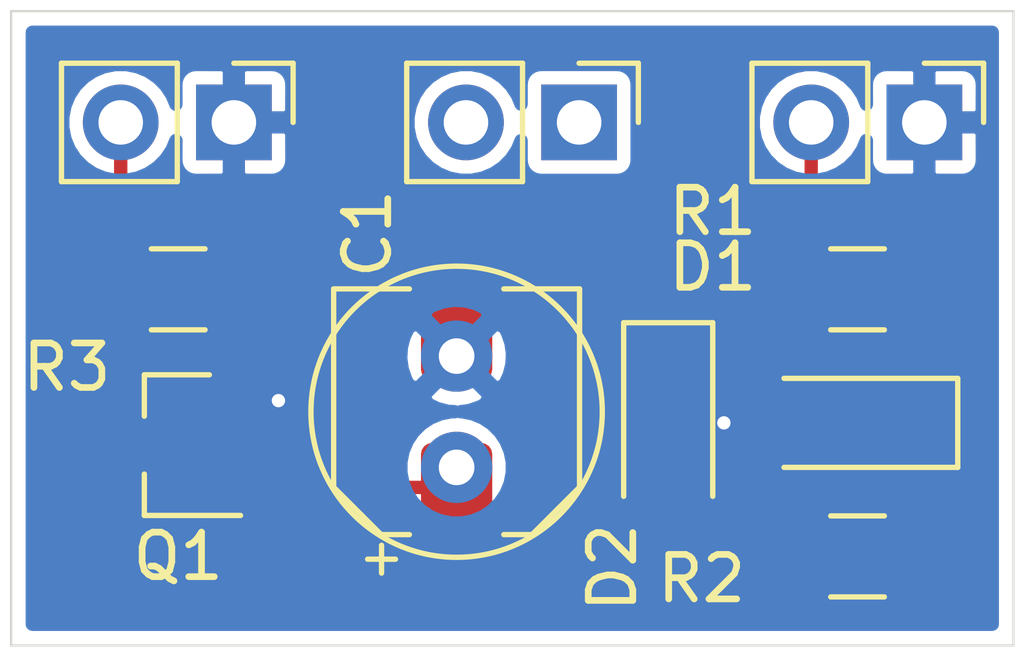
<source format=kicad_pcb>
(kicad_pcb (version 20171130) (host pcbnew "(5.1.6-0)")

  (general
    (thickness 1.6)
    (drawings 4)
    (tracks 30)
    (zones 0)
    (modules 11)
    (nets 6)
  )

  (page A4)
  (layers
    (0 F.Cu signal)
    (31 B.Cu signal)
    (32 B.Adhes user)
    (33 F.Adhes user)
    (34 B.Paste user)
    (35 F.Paste user)
    (36 B.SilkS user)
    (37 F.SilkS user)
    (38 B.Mask user)
    (39 F.Mask user)
    (40 Dwgs.User user)
    (41 Cmts.User user)
    (42 Eco1.User user)
    (43 Eco2.User user)
    (44 Edge.Cuts user)
    (45 Margin user)
    (46 B.CrtYd user)
    (47 F.CrtYd user hide)
    (48 B.Fab user)
    (49 F.Fab user hide)
  )

  (setup
    (last_trace_width 0.3)
    (user_trace_width 1)
    (trace_clearance 0.3)
    (zone_clearance 0.508)
    (zone_45_only no)
    (trace_min 0.2)
    (via_size 0.7)
    (via_drill 0.3)
    (via_min_size 0.4)
    (via_min_drill 0.3)
    (uvia_size 0.3)
    (uvia_drill 0.1)
    (uvias_allowed no)
    (uvia_min_size 0.2)
    (uvia_min_drill 0.1)
    (edge_width 0.05)
    (segment_width 0.2)
    (pcb_text_width 0.3)
    (pcb_text_size 1.5 1.5)
    (mod_edge_width 0.12)
    (mod_text_size 1 1)
    (mod_text_width 0.15)
    (pad_size 1.524 1.524)
    (pad_drill 0.762)
    (pad_to_mask_clearance 0.05)
    (aux_axis_origin 0 0)
    (visible_elements FFFFFF7F)
    (pcbplotparams
      (layerselection 0x010fc_ffffffff)
      (usegerberextensions false)
      (usegerberattributes true)
      (usegerberadvancedattributes true)
      (creategerberjobfile true)
      (excludeedgelayer true)
      (linewidth 0.100000)
      (plotframeref false)
      (viasonmask false)
      (mode 1)
      (useauxorigin false)
      (hpglpennumber 1)
      (hpglpenspeed 20)
      (hpglpendiameter 15.000000)
      (psnegative false)
      (psa4output false)
      (plotreference true)
      (plotvalue true)
      (plotinvisibletext false)
      (padsonsilk false)
      (subtractmaskfromsilk false)
      (outputformat 1)
      (mirror false)
      (drillshape 0)
      (scaleselection 1)
      (outputdirectory "gerbers/"))
  )

  (net 0 "")
  (net 1 GND)
  (net 2 /GATE)
  (net 3 /5V_ZENER)
  (net 4 V+)
  (net 5 MUTE)

  (net_class Default "This is the default net class."
    (clearance 0.3)
    (trace_width 0.3)
    (via_dia 0.7)
    (via_drill 0.3)
    (uvia_dia 0.3)
    (uvia_drill 0.1)
    (add_net /5V_ZENER)
    (add_net /GATE)
    (add_net GND)
    (add_net MUTE)
    (add_net V+)
  )

  (module Capacitor_THT:C_Radial_D6.3mm_H5.0mm_P2.50mm (layer F.Cu) (tedit 5BC5C9B9) (tstamp 64598F52)
    (at 157.5 112.75 90)
    (descr "C, Radial series, Radial, pin pitch=2.50mm, diameter=6.3mm, height=5mm, Non-Polar Electrolytic Capacitor")
    (tags "C Radial series Radial pin pitch 2.50mm diameter 6.3mm height 5mm Non-Polar Electrolytic Capacitor")
    (path /645AC58B)
    (fp_text reference C2 (at 1.25 -4.4 90) (layer F.Fab)
      (effects (font (size 1 1) (thickness 0.15)))
    )
    (fp_text value 22u (at 1.25 4.4 90) (layer F.Fab)
      (effects (font (size 1 1) (thickness 0.15)))
    )
    (fp_circle (center 1.25 0) (end 4.65 0) (layer F.CrtYd) (width 0.05))
    (fp_circle (center 1.25 0) (end 4.52 0) (layer F.SilkS) (width 0.12))
    (fp_circle (center 1.25 0) (end 4.4 0) (layer F.Fab) (width 0.1))
    (fp_text user %R (at 1.25 0 90) (layer F.Fab)
      (effects (font (size 1 1) (thickness 0.15)))
    )
    (pad 2 thru_hole circle (at 2.5 0 90) (size 1.6 1.6) (drill 0.8) (layers *.Cu *.Mask)
      (net 1 GND))
    (pad 1 thru_hole circle (at 0 0 90) (size 1.6 1.6) (drill 0.8) (layers *.Cu *.Mask)
      (net 2 /GATE))
    (model ${KISYS3DMOD}/Capacitor_THT.3dshapes/C_Radial_D6.3mm_H5.0mm_P2.50mm.wrl
      (at (xyz 0 0 0))
      (scale (xyz 1 1 1))
      (rotate (xyz 0 0 0))
    )
  )

  (module Capacitor_SMD:CP_Elec_5x5.4 (layer F.Cu) (tedit 5BCA39CF) (tstamp 6459C678)
    (at 157.5 111.5 90)
    (descr "SMD capacitor, aluminum electrolytic, Nichicon, 5.0x5.4mm")
    (tags "capacitor electrolytic")
    (path /645F739E)
    (attr smd)
    (fp_text reference C1 (at 4 -2 90) (layer F.SilkS)
      (effects (font (size 1 1) (thickness 0.15)))
    )
    (fp_text value 22u (at 0 3.7 90) (layer F.Fab)
      (effects (font (size 1 1) (thickness 0.15)))
    )
    (fp_circle (center 0 0) (end 2.5 0) (layer F.Fab) (width 0.1))
    (fp_line (start 2.65 -2.65) (end 2.65 2.65) (layer F.Fab) (width 0.1))
    (fp_line (start -1.65 -2.65) (end 2.65 -2.65) (layer F.Fab) (width 0.1))
    (fp_line (start -1.65 2.65) (end 2.65 2.65) (layer F.Fab) (width 0.1))
    (fp_line (start -2.65 -1.65) (end -2.65 1.65) (layer F.Fab) (width 0.1))
    (fp_line (start -2.65 -1.65) (end -1.65 -2.65) (layer F.Fab) (width 0.1))
    (fp_line (start -2.65 1.65) (end -1.65 2.65) (layer F.Fab) (width 0.1))
    (fp_line (start -2.033956 -1.2) (end -1.533956 -1.2) (layer F.Fab) (width 0.1))
    (fp_line (start -1.783956 -1.45) (end -1.783956 -0.95) (layer F.Fab) (width 0.1))
    (fp_line (start 2.76 2.76) (end 2.76 1.06) (layer F.SilkS) (width 0.12))
    (fp_line (start 2.76 -2.76) (end 2.76 -1.06) (layer F.SilkS) (width 0.12))
    (fp_line (start -1.695563 -2.76) (end 2.76 -2.76) (layer F.SilkS) (width 0.12))
    (fp_line (start -1.695563 2.76) (end 2.76 2.76) (layer F.SilkS) (width 0.12))
    (fp_line (start -2.76 1.695563) (end -2.76 1.06) (layer F.SilkS) (width 0.12))
    (fp_line (start -2.76 -1.695563) (end -2.76 -1.06) (layer F.SilkS) (width 0.12))
    (fp_line (start -2.76 -1.695563) (end -1.695563 -2.76) (layer F.SilkS) (width 0.12))
    (fp_line (start -2.76 1.695563) (end -1.695563 2.76) (layer F.SilkS) (width 0.12))
    (fp_line (start -3.625 -1.685) (end -3 -1.685) (layer F.SilkS) (width 0.12))
    (fp_line (start -3.3125 -1.9975) (end -3.3125 -1.3725) (layer F.SilkS) (width 0.12))
    (fp_line (start 2.9 -2.9) (end 2.9 -1.05) (layer F.CrtYd) (width 0.05))
    (fp_line (start 2.9 -1.05) (end 3.95 -1.05) (layer F.CrtYd) (width 0.05))
    (fp_line (start 3.95 -1.05) (end 3.95 1.05) (layer F.CrtYd) (width 0.05))
    (fp_line (start 3.95 1.05) (end 2.9 1.05) (layer F.CrtYd) (width 0.05))
    (fp_line (start 2.9 1.05) (end 2.9 2.9) (layer F.CrtYd) (width 0.05))
    (fp_line (start -1.75 2.9) (end 2.9 2.9) (layer F.CrtYd) (width 0.05))
    (fp_line (start -1.75 -2.9) (end 2.9 -2.9) (layer F.CrtYd) (width 0.05))
    (fp_line (start -2.9 1.75) (end -1.75 2.9) (layer F.CrtYd) (width 0.05))
    (fp_line (start -2.9 -1.75) (end -1.75 -2.9) (layer F.CrtYd) (width 0.05))
    (fp_line (start -2.9 -1.75) (end -2.9 -1.05) (layer F.CrtYd) (width 0.05))
    (fp_line (start -2.9 1.05) (end -2.9 1.75) (layer F.CrtYd) (width 0.05))
    (fp_line (start -2.9 -1.05) (end -3.95 -1.05) (layer F.CrtYd) (width 0.05))
    (fp_line (start -3.95 -1.05) (end -3.95 1.05) (layer F.CrtYd) (width 0.05))
    (fp_line (start -3.95 1.05) (end -2.9 1.05) (layer F.CrtYd) (width 0.05))
    (fp_text user %R (at 0 0 90) (layer F.Fab)
      (effects (font (size 1 1) (thickness 0.15)))
    )
    (pad 2 smd roundrect (at 2.2 0 90) (size 3 1.6) (layers F.Cu F.Paste F.Mask) (roundrect_rratio 0.15625)
      (net 1 GND))
    (pad 1 smd roundrect (at -2.2 0 90) (size 3 1.6) (layers F.Cu F.Paste F.Mask) (roundrect_rratio 0.15625)
      (net 2 /GATE))
    (model ${KISYS3DMOD}/Capacitor_SMD.3dshapes/CP_Elec_5x5.4.wrl
      (at (xyz 0 0 0))
      (scale (xyz 1 1 1))
      (rotate (xyz 0 0 0))
    )
  )

  (module Connector_PinHeader_2.54mm:PinHeader_1x02_P2.54mm_Vertical (layer F.Cu) (tedit 59FED5CC) (tstamp 64597714)
    (at 160.25 105 270)
    (descr "Through hole straight pin header, 1x02, 2.54mm pitch, single row")
    (tags "Through hole pin header THT 1x02 2.54mm single row")
    (path /64597796)
    (fp_text reference J5 (at 0 -2.33 90) (layer F.Fab)
      (effects (font (size 1 1) (thickness 0.15)))
    )
    (fp_text value STBY (at 0 4.87 90) (layer F.Fab)
      (effects (font (size 1 1) (thickness 0.15)))
    )
    (fp_line (start -0.635 -1.27) (end 1.27 -1.27) (layer F.Fab) (width 0.1))
    (fp_line (start 1.27 -1.27) (end 1.27 3.81) (layer F.Fab) (width 0.1))
    (fp_line (start 1.27 3.81) (end -1.27 3.81) (layer F.Fab) (width 0.1))
    (fp_line (start -1.27 3.81) (end -1.27 -0.635) (layer F.Fab) (width 0.1))
    (fp_line (start -1.27 -0.635) (end -0.635 -1.27) (layer F.Fab) (width 0.1))
    (fp_line (start -1.33 3.87) (end 1.33 3.87) (layer F.SilkS) (width 0.12))
    (fp_line (start -1.33 1.27) (end -1.33 3.87) (layer F.SilkS) (width 0.12))
    (fp_line (start 1.33 1.27) (end 1.33 3.87) (layer F.SilkS) (width 0.12))
    (fp_line (start -1.33 1.27) (end 1.33 1.27) (layer F.SilkS) (width 0.12))
    (fp_line (start -1.33 0) (end -1.33 -1.33) (layer F.SilkS) (width 0.12))
    (fp_line (start -1.33 -1.33) (end 0 -1.33) (layer F.SilkS) (width 0.12))
    (fp_line (start -1.8 -1.8) (end -1.8 4.35) (layer F.CrtYd) (width 0.05))
    (fp_line (start -1.8 4.35) (end 1.8 4.35) (layer F.CrtYd) (width 0.05))
    (fp_line (start 1.8 4.35) (end 1.8 -1.8) (layer F.CrtYd) (width 0.05))
    (fp_line (start 1.8 -1.8) (end -1.8 -1.8) (layer F.CrtYd) (width 0.05))
    (fp_text user %R (at 0 1.27) (layer F.Fab)
      (effects (font (size 1 1) (thickness 0.15)))
    )
    (pad 2 thru_hole oval (at 0 2.54 270) (size 1.7 1.7) (drill 1) (layers *.Cu *.Mask))
    (pad 1 thru_hole rect (at 0 0 270) (size 1.7 1.7) (drill 1) (layers *.Cu *.Mask))
    (model ${KISYS3DMOD}/Connector_PinHeader_2.54mm.3dshapes/PinHeader_1x02_P2.54mm_Vertical.wrl
      (at (xyz 0 0 0))
      (scale (xyz 1 1 1))
      (rotate (xyz 0 0 0))
    )
  )

  (module Resistor_SMD:R_1206_3216Metric_Pad1.42x1.75mm_HandSolder (layer F.Cu) (tedit 5B301BBD) (tstamp 6459C746)
    (at 151.25 108.75)
    (descr "Resistor SMD 1206 (3216 Metric), square (rectangular) end terminal, IPC_7351 nominal with elongated pad for handsoldering. (Body size source: http://www.tortai-tech.com/upload/download/2011102023233369053.pdf), generated with kicad-footprint-generator")
    (tags "resistor handsolder")
    (path /645F6658)
    (attr smd)
    (fp_text reference R3 (at -2.5 1.75) (layer F.SilkS)
      (effects (font (size 1 1) (thickness 0.15)))
    )
    (fp_text value 10K (at 0 1.82) (layer F.Fab)
      (effects (font (size 1 1) (thickness 0.15)))
    )
    (fp_line (start -1.6 0.8) (end -1.6 -0.8) (layer F.Fab) (width 0.1))
    (fp_line (start -1.6 -0.8) (end 1.6 -0.8) (layer F.Fab) (width 0.1))
    (fp_line (start 1.6 -0.8) (end 1.6 0.8) (layer F.Fab) (width 0.1))
    (fp_line (start 1.6 0.8) (end -1.6 0.8) (layer F.Fab) (width 0.1))
    (fp_line (start -0.602064 -0.91) (end 0.602064 -0.91) (layer F.SilkS) (width 0.12))
    (fp_line (start -0.602064 0.91) (end 0.602064 0.91) (layer F.SilkS) (width 0.12))
    (fp_line (start -2.45 1.12) (end -2.45 -1.12) (layer F.CrtYd) (width 0.05))
    (fp_line (start -2.45 -1.12) (end 2.45 -1.12) (layer F.CrtYd) (width 0.05))
    (fp_line (start 2.45 -1.12) (end 2.45 1.12) (layer F.CrtYd) (width 0.05))
    (fp_line (start 2.45 1.12) (end -2.45 1.12) (layer F.CrtYd) (width 0.05))
    (fp_text user %R (at 0 0) (layer F.Fab)
      (effects (font (size 0.8 0.8) (thickness 0.12)))
    )
    (pad 2 smd roundrect (at 1.4875 0) (size 1.425 1.75) (layers F.Cu F.Paste F.Mask) (roundrect_rratio 0.175439)
      (net 4 V+))
    (pad 1 smd roundrect (at -1.4875 0) (size 1.425 1.75) (layers F.Cu F.Paste F.Mask) (roundrect_rratio 0.175439)
      (net 5 MUTE))
    (model ${KISYS3DMOD}/Resistor_SMD.3dshapes/R_1206_3216Metric.wrl
      (at (xyz 0 0 0))
      (scale (xyz 1 1 1))
      (rotate (xyz 0 0 0))
    )
  )

  (module Resistor_SMD:R_1206_3216Metric_Pad1.42x1.75mm_HandSolder (layer F.Cu) (tedit 5B301BBD) (tstamp 6459C735)
    (at 166.5 114.75)
    (descr "Resistor SMD 1206 (3216 Metric), square (rectangular) end terminal, IPC_7351 nominal with elongated pad for handsoldering. (Body size source: http://www.tortai-tech.com/upload/download/2011102023233369053.pdf), generated with kicad-footprint-generator")
    (tags "resistor handsolder")
    (path /645F6151)
    (attr smd)
    (fp_text reference R2 (at -3.5 0.5) (layer F.SilkS)
      (effects (font (size 1 1) (thickness 0.15)))
    )
    (fp_text value 100K (at 0 1.82) (layer F.Fab)
      (effects (font (size 1 1) (thickness 0.15)))
    )
    (fp_line (start -1.6 0.8) (end -1.6 -0.8) (layer F.Fab) (width 0.1))
    (fp_line (start -1.6 -0.8) (end 1.6 -0.8) (layer F.Fab) (width 0.1))
    (fp_line (start 1.6 -0.8) (end 1.6 0.8) (layer F.Fab) (width 0.1))
    (fp_line (start 1.6 0.8) (end -1.6 0.8) (layer F.Fab) (width 0.1))
    (fp_line (start -0.602064 -0.91) (end 0.602064 -0.91) (layer F.SilkS) (width 0.12))
    (fp_line (start -0.602064 0.91) (end 0.602064 0.91) (layer F.SilkS) (width 0.12))
    (fp_line (start -2.45 1.12) (end -2.45 -1.12) (layer F.CrtYd) (width 0.05))
    (fp_line (start -2.45 -1.12) (end 2.45 -1.12) (layer F.CrtYd) (width 0.05))
    (fp_line (start 2.45 -1.12) (end 2.45 1.12) (layer F.CrtYd) (width 0.05))
    (fp_line (start 2.45 1.12) (end -2.45 1.12) (layer F.CrtYd) (width 0.05))
    (fp_text user %R (at 0 0) (layer F.Fab)
      (effects (font (size 0.8 0.8) (thickness 0.12)))
    )
    (pad 2 smd roundrect (at 1.4875 0) (size 1.425 1.75) (layers F.Cu F.Paste F.Mask) (roundrect_rratio 0.175439)
      (net 3 /5V_ZENER))
    (pad 1 smd roundrect (at -1.4875 0) (size 1.425 1.75) (layers F.Cu F.Paste F.Mask) (roundrect_rratio 0.175439)
      (net 2 /GATE))
    (model ${KISYS3DMOD}/Resistor_SMD.3dshapes/R_1206_3216Metric.wrl
      (at (xyz 0 0 0))
      (scale (xyz 1 1 1))
      (rotate (xyz 0 0 0))
    )
  )

  (module Resistor_SMD:R_1206_3216Metric_Pad1.42x1.75mm_HandSolder (layer F.Cu) (tedit 5B301BBD) (tstamp 6459C724)
    (at 166.5 108.75 180)
    (descr "Resistor SMD 1206 (3216 Metric), square (rectangular) end terminal, IPC_7351 nominal with elongated pad for handsoldering. (Body size source: http://www.tortai-tech.com/upload/download/2011102023233369053.pdf), generated with kicad-footprint-generator")
    (tags "resistor handsolder")
    (path /645F5332)
    (attr smd)
    (fp_text reference R1 (at 3.25 1.75) (layer F.SilkS)
      (effects (font (size 1 1) (thickness 0.15)))
    )
    (fp_text value 10K (at 0 1.82) (layer F.Fab)
      (effects (font (size 1 1) (thickness 0.15)))
    )
    (fp_line (start -1.6 0.8) (end -1.6 -0.8) (layer F.Fab) (width 0.1))
    (fp_line (start -1.6 -0.8) (end 1.6 -0.8) (layer F.Fab) (width 0.1))
    (fp_line (start 1.6 -0.8) (end 1.6 0.8) (layer F.Fab) (width 0.1))
    (fp_line (start 1.6 0.8) (end -1.6 0.8) (layer F.Fab) (width 0.1))
    (fp_line (start -0.602064 -0.91) (end 0.602064 -0.91) (layer F.SilkS) (width 0.12))
    (fp_line (start -0.602064 0.91) (end 0.602064 0.91) (layer F.SilkS) (width 0.12))
    (fp_line (start -2.45 1.12) (end -2.45 -1.12) (layer F.CrtYd) (width 0.05))
    (fp_line (start -2.45 -1.12) (end 2.45 -1.12) (layer F.CrtYd) (width 0.05))
    (fp_line (start 2.45 -1.12) (end 2.45 1.12) (layer F.CrtYd) (width 0.05))
    (fp_line (start 2.45 1.12) (end -2.45 1.12) (layer F.CrtYd) (width 0.05))
    (fp_text user %R (at 0 0) (layer F.Fab)
      (effects (font (size 0.8 0.8) (thickness 0.12)))
    )
    (pad 2 smd roundrect (at 1.4875 0 180) (size 1.425 1.75) (layers F.Cu F.Paste F.Mask) (roundrect_rratio 0.175439)
      (net 4 V+))
    (pad 1 smd roundrect (at -1.4875 0 180) (size 1.425 1.75) (layers F.Cu F.Paste F.Mask) (roundrect_rratio 0.175439)
      (net 3 /5V_ZENER))
    (model ${KISYS3DMOD}/Resistor_SMD.3dshapes/R_1206_3216Metric.wrl
      (at (xyz 0 0 0))
      (scale (xyz 1 1 1))
      (rotate (xyz 0 0 0))
    )
  )

  (module Package_TO_SOT_SMD:SOT-23 (layer F.Cu) (tedit 5A02FF57) (tstamp 6459C713)
    (at 151.25 112.25 180)
    (descr "SOT-23, Standard")
    (tags SOT-23)
    (path /645FD8DC)
    (attr smd)
    (fp_text reference Q1 (at 0 -2.5) (layer F.SilkS)
      (effects (font (size 1 1) (thickness 0.15)))
    )
    (fp_text value 2N7002 (at 0 2.5) (layer F.Fab)
      (effects (font (size 1 1) (thickness 0.15)))
    )
    (fp_line (start -0.7 -0.95) (end -0.7 1.5) (layer F.Fab) (width 0.1))
    (fp_line (start -0.15 -1.52) (end 0.7 -1.52) (layer F.Fab) (width 0.1))
    (fp_line (start -0.7 -0.95) (end -0.15 -1.52) (layer F.Fab) (width 0.1))
    (fp_line (start 0.7 -1.52) (end 0.7 1.52) (layer F.Fab) (width 0.1))
    (fp_line (start -0.7 1.52) (end 0.7 1.52) (layer F.Fab) (width 0.1))
    (fp_line (start 0.76 1.58) (end 0.76 0.65) (layer F.SilkS) (width 0.12))
    (fp_line (start 0.76 -1.58) (end 0.76 -0.65) (layer F.SilkS) (width 0.12))
    (fp_line (start -1.7 -1.75) (end 1.7 -1.75) (layer F.CrtYd) (width 0.05))
    (fp_line (start 1.7 -1.75) (end 1.7 1.75) (layer F.CrtYd) (width 0.05))
    (fp_line (start 1.7 1.75) (end -1.7 1.75) (layer F.CrtYd) (width 0.05))
    (fp_line (start -1.7 1.75) (end -1.7 -1.75) (layer F.CrtYd) (width 0.05))
    (fp_line (start 0.76 -1.58) (end -1.4 -1.58) (layer F.SilkS) (width 0.12))
    (fp_line (start 0.76 1.58) (end -0.7 1.58) (layer F.SilkS) (width 0.12))
    (fp_text user %R (at 0 0 90) (layer F.Fab)
      (effects (font (size 0.5 0.5) (thickness 0.075)))
    )
    (pad 3 smd rect (at 1 0 180) (size 0.9 0.8) (layers F.Cu F.Paste F.Mask)
      (net 5 MUTE))
    (pad 2 smd rect (at -1 0.95 180) (size 0.9 0.8) (layers F.Cu F.Paste F.Mask)
      (net 1 GND))
    (pad 1 smd rect (at -1 -0.95 180) (size 0.9 0.8) (layers F.Cu F.Paste F.Mask)
      (net 2 /GATE))
    (model ${KISYS3DMOD}/Package_TO_SOT_SMD.3dshapes/SOT-23.wrl
      (at (xyz 0 0 0))
      (scale (xyz 1 1 1))
      (rotate (xyz 0 0 0))
    )
  )

  (module Connector_PinHeader_2.54mm:PinHeader_1x02_P2.54mm_Vertical (layer F.Cu) (tedit 59FED5CC) (tstamp 6459C6FE)
    (at 152.5 105 270)
    (descr "Through hole straight pin header, 1x02, 2.54mm pitch, single row")
    (tags "Through hole pin header THT 1x02 2.54mm single row")
    (path /64597DEE)
    (fp_text reference J4 (at 0 -2.33 90) (layer F.Fab)
      (effects (font (size 1 1) (thickness 0.15)))
    )
    (fp_text value MUTE_HEADER (at 0 4.87 90) (layer F.Fab)
      (effects (font (size 1 1) (thickness 0.15)))
    )
    (fp_line (start -0.635 -1.27) (end 1.27 -1.27) (layer F.Fab) (width 0.1))
    (fp_line (start 1.27 -1.27) (end 1.27 3.81) (layer F.Fab) (width 0.1))
    (fp_line (start 1.27 3.81) (end -1.27 3.81) (layer F.Fab) (width 0.1))
    (fp_line (start -1.27 3.81) (end -1.27 -0.635) (layer F.Fab) (width 0.1))
    (fp_line (start -1.27 -0.635) (end -0.635 -1.27) (layer F.Fab) (width 0.1))
    (fp_line (start -1.33 3.87) (end 1.33 3.87) (layer F.SilkS) (width 0.12))
    (fp_line (start -1.33 1.27) (end -1.33 3.87) (layer F.SilkS) (width 0.12))
    (fp_line (start 1.33 1.27) (end 1.33 3.87) (layer F.SilkS) (width 0.12))
    (fp_line (start -1.33 1.27) (end 1.33 1.27) (layer F.SilkS) (width 0.12))
    (fp_line (start -1.33 0) (end -1.33 -1.33) (layer F.SilkS) (width 0.12))
    (fp_line (start -1.33 -1.33) (end 0 -1.33) (layer F.SilkS) (width 0.12))
    (fp_line (start -1.8 -1.8) (end -1.8 4.35) (layer F.CrtYd) (width 0.05))
    (fp_line (start -1.8 4.35) (end 1.8 4.35) (layer F.CrtYd) (width 0.05))
    (fp_line (start 1.8 4.35) (end 1.8 -1.8) (layer F.CrtYd) (width 0.05))
    (fp_line (start 1.8 -1.8) (end -1.8 -1.8) (layer F.CrtYd) (width 0.05))
    (fp_text user %R (at 0 1.27) (layer F.Fab)
      (effects (font (size 1 1) (thickness 0.15)))
    )
    (pad 2 thru_hole oval (at 0 2.54 270) (size 1.7 1.7) (drill 1) (layers *.Cu *.Mask)
      (net 5 MUTE))
    (pad 1 thru_hole rect (at 0 0 270) (size 1.7 1.7) (drill 1) (layers *.Cu *.Mask)
      (net 1 GND))
    (model ${KISYS3DMOD}/Connector_PinHeader_2.54mm.3dshapes/PinHeader_1x02_P2.54mm_Vertical.wrl
      (at (xyz 0 0 0))
      (scale (xyz 1 1 1))
      (rotate (xyz 0 0 0))
    )
  )

  (module Connector_PinHeader_2.54mm:PinHeader_1x02_P2.54mm_Vertical (layer F.Cu) (tedit 59FED5CC) (tstamp 6459C6E8)
    (at 168 105 270)
    (descr "Through hole straight pin header, 1x02, 2.54mm pitch, single row")
    (tags "Through hole pin header THT 1x02 2.54mm single row")
    (path /6459B459)
    (fp_text reference J3 (at 0 -2.33 90) (layer F.Fab)
      (effects (font (size 1 1) (thickness 0.15)))
    )
    (fp_text value POWER_HEADER (at 0 4.87 90) (layer F.Fab)
      (effects (font (size 1 1) (thickness 0.15)))
    )
    (fp_line (start -0.635 -1.27) (end 1.27 -1.27) (layer F.Fab) (width 0.1))
    (fp_line (start 1.27 -1.27) (end 1.27 3.81) (layer F.Fab) (width 0.1))
    (fp_line (start 1.27 3.81) (end -1.27 3.81) (layer F.Fab) (width 0.1))
    (fp_line (start -1.27 3.81) (end -1.27 -0.635) (layer F.Fab) (width 0.1))
    (fp_line (start -1.27 -0.635) (end -0.635 -1.27) (layer F.Fab) (width 0.1))
    (fp_line (start -1.33 3.87) (end 1.33 3.87) (layer F.SilkS) (width 0.12))
    (fp_line (start -1.33 1.27) (end -1.33 3.87) (layer F.SilkS) (width 0.12))
    (fp_line (start 1.33 1.27) (end 1.33 3.87) (layer F.SilkS) (width 0.12))
    (fp_line (start -1.33 1.27) (end 1.33 1.27) (layer F.SilkS) (width 0.12))
    (fp_line (start -1.33 0) (end -1.33 -1.33) (layer F.SilkS) (width 0.12))
    (fp_line (start -1.33 -1.33) (end 0 -1.33) (layer F.SilkS) (width 0.12))
    (fp_line (start -1.8 -1.8) (end -1.8 4.35) (layer F.CrtYd) (width 0.05))
    (fp_line (start -1.8 4.35) (end 1.8 4.35) (layer F.CrtYd) (width 0.05))
    (fp_line (start 1.8 4.35) (end 1.8 -1.8) (layer F.CrtYd) (width 0.05))
    (fp_line (start 1.8 -1.8) (end -1.8 -1.8) (layer F.CrtYd) (width 0.05))
    (fp_text user %R (at 0 1.27) (layer F.Fab)
      (effects (font (size 1 1) (thickness 0.15)))
    )
    (pad 2 thru_hole oval (at 0 2.54 270) (size 1.7 1.7) (drill 1) (layers *.Cu *.Mask)
      (net 4 V+))
    (pad 1 thru_hole rect (at 0 0 270) (size 1.7 1.7) (drill 1) (layers *.Cu *.Mask)
      (net 1 GND))
    (model ${KISYS3DMOD}/Connector_PinHeader_2.54mm.3dshapes/PinHeader_1x02_P2.54mm_Vertical.wrl
      (at (xyz 0 0 0))
      (scale (xyz 1 1 1))
      (rotate (xyz 0 0 0))
    )
  )

  (module Diode_SMD:D_SOD-123 (layer F.Cu) (tedit 58645DC7) (tstamp 6459C6AA)
    (at 162.25 111.75 270)
    (descr SOD-123)
    (tags SOD-123)
    (path /6461ED22)
    (attr smd)
    (fp_text reference D2 (at 3.25 1.25 90) (layer F.SilkS)
      (effects (font (size 1 1) (thickness 0.15)))
    )
    (fp_text value 1N4148W (at 0 2.1 90) (layer F.Fab)
      (effects (font (size 1 1) (thickness 0.15)))
    )
    (fp_line (start -2.25 -1) (end -2.25 1) (layer F.SilkS) (width 0.12))
    (fp_line (start 0.25 0) (end 0.75 0) (layer F.Fab) (width 0.1))
    (fp_line (start 0.25 0.4) (end -0.35 0) (layer F.Fab) (width 0.1))
    (fp_line (start 0.25 -0.4) (end 0.25 0.4) (layer F.Fab) (width 0.1))
    (fp_line (start -0.35 0) (end 0.25 -0.4) (layer F.Fab) (width 0.1))
    (fp_line (start -0.35 0) (end -0.35 0.55) (layer F.Fab) (width 0.1))
    (fp_line (start -0.35 0) (end -0.35 -0.55) (layer F.Fab) (width 0.1))
    (fp_line (start -0.75 0) (end -0.35 0) (layer F.Fab) (width 0.1))
    (fp_line (start -1.4 0.9) (end -1.4 -0.9) (layer F.Fab) (width 0.1))
    (fp_line (start 1.4 0.9) (end -1.4 0.9) (layer F.Fab) (width 0.1))
    (fp_line (start 1.4 -0.9) (end 1.4 0.9) (layer F.Fab) (width 0.1))
    (fp_line (start -1.4 -0.9) (end 1.4 -0.9) (layer F.Fab) (width 0.1))
    (fp_line (start -2.35 -1.15) (end 2.35 -1.15) (layer F.CrtYd) (width 0.05))
    (fp_line (start 2.35 -1.15) (end 2.35 1.15) (layer F.CrtYd) (width 0.05))
    (fp_line (start 2.35 1.15) (end -2.35 1.15) (layer F.CrtYd) (width 0.05))
    (fp_line (start -2.35 -1.15) (end -2.35 1.15) (layer F.CrtYd) (width 0.05))
    (fp_line (start -2.25 1) (end 1.65 1) (layer F.SilkS) (width 0.12))
    (fp_line (start -2.25 -1) (end 1.65 -1) (layer F.SilkS) (width 0.12))
    (fp_text user %R (at 0 -2 90) (layer F.Fab)
      (effects (font (size 1 1) (thickness 0.15)))
    )
    (pad 2 smd rect (at 1.65 0 270) (size 0.9 1.2) (layers F.Cu F.Paste F.Mask)
      (net 2 /GATE))
    (pad 1 smd rect (at -1.65 0 270) (size 0.9 1.2) (layers F.Cu F.Paste F.Mask)
      (net 4 V+))
    (model ${KISYS3DMOD}/Diode_SMD.3dshapes/D_SOD-123.wrl
      (at (xyz 0 0 0))
      (scale (xyz 1 1 1))
      (rotate (xyz 0 0 0))
    )
  )

  (module Diode_SMD:D_SOD-123 (layer F.Cu) (tedit 58645DC7) (tstamp 6459C691)
    (at 166.5 111.75 180)
    (descr SOD-123)
    (tags SOD-123)
    (path /64614E17)
    (attr smd)
    (fp_text reference D1 (at 3.25 3.5) (layer F.SilkS)
      (effects (font (size 1 1) (thickness 0.15)))
    )
    (fp_text value BZT52Bxx (at 0 2.1) (layer F.Fab)
      (effects (font (size 1 1) (thickness 0.15)))
    )
    (fp_line (start -2.25 -1) (end -2.25 1) (layer F.SilkS) (width 0.12))
    (fp_line (start 0.25 0) (end 0.75 0) (layer F.Fab) (width 0.1))
    (fp_line (start 0.25 0.4) (end -0.35 0) (layer F.Fab) (width 0.1))
    (fp_line (start 0.25 -0.4) (end 0.25 0.4) (layer F.Fab) (width 0.1))
    (fp_line (start -0.35 0) (end 0.25 -0.4) (layer F.Fab) (width 0.1))
    (fp_line (start -0.35 0) (end -0.35 0.55) (layer F.Fab) (width 0.1))
    (fp_line (start -0.35 0) (end -0.35 -0.55) (layer F.Fab) (width 0.1))
    (fp_line (start -0.75 0) (end -0.35 0) (layer F.Fab) (width 0.1))
    (fp_line (start -1.4 0.9) (end -1.4 -0.9) (layer F.Fab) (width 0.1))
    (fp_line (start 1.4 0.9) (end -1.4 0.9) (layer F.Fab) (width 0.1))
    (fp_line (start 1.4 -0.9) (end 1.4 0.9) (layer F.Fab) (width 0.1))
    (fp_line (start -1.4 -0.9) (end 1.4 -0.9) (layer F.Fab) (width 0.1))
    (fp_line (start -2.35 -1.15) (end 2.35 -1.15) (layer F.CrtYd) (width 0.05))
    (fp_line (start 2.35 -1.15) (end 2.35 1.15) (layer F.CrtYd) (width 0.05))
    (fp_line (start 2.35 1.15) (end -2.35 1.15) (layer F.CrtYd) (width 0.05))
    (fp_line (start -2.35 -1.15) (end -2.35 1.15) (layer F.CrtYd) (width 0.05))
    (fp_line (start -2.25 1) (end 1.65 1) (layer F.SilkS) (width 0.12))
    (fp_line (start -2.25 -1) (end 1.65 -1) (layer F.SilkS) (width 0.12))
    (fp_text user %R (at 0 -2) (layer F.Fab)
      (effects (font (size 1 1) (thickness 0.15)))
    )
    (pad 2 smd rect (at 1.65 0 180) (size 0.9 1.2) (layers F.Cu F.Paste F.Mask)
      (net 1 GND))
    (pad 1 smd rect (at -1.65 0 180) (size 0.9 1.2) (layers F.Cu F.Paste F.Mask)
      (net 3 /5V_ZENER))
    (model ${KISYS3DMOD}/Diode_SMD.3dshapes/D_SOD-123.wrl
      (at (xyz 0 0 0))
      (scale (xyz 1 1 1))
      (rotate (xyz 0 0 0))
    )
  )

  (gr_line (start 170 116.75) (end 147.5 116.75) (layer Edge.Cuts) (width 0.05) (tstamp 64598110))
  (gr_line (start 170 102.5) (end 170 116.75) (layer Edge.Cuts) (width 0.05))
  (gr_line (start 147.5 102.5) (end 170 102.5) (layer Edge.Cuts) (width 0.05))
  (gr_line (start 147.5 116.75) (end 147.5 102.5) (layer Edge.Cuts) (width 0.05))

  (via (at 153.5 111.25) (size 0.7) (drill 0.3) (layers F.Cu B.Cu) (net 1))
  (segment (start 153.45 111.3) (end 153.5 111.25) (width 1) (layer F.Cu) (net 1))
  (segment (start 152.25 111.3) (end 153.45 111.3) (width 1) (layer F.Cu) (net 1))
  (via (at 163.5 111.75) (size 0.7) (drill 0.3) (layers F.Cu B.Cu) (net 1))
  (segment (start 164.85 111.75) (end 163.5 111.75) (width 1) (layer F.Cu) (net 1))
  (segment (start 157 113.2) (end 157.5 113.7) (width 0.3) (layer F.Cu) (net 2))
  (segment (start 152.25 113.2) (end 157 113.2) (width 0.3) (layer F.Cu) (net 2))
  (segment (start 159.45 113.7) (end 157.5 113.7) (width 0.3) (layer F.Cu) (net 2))
  (segment (start 159.75 113.4) (end 159.45 113.7) (width 0.3) (layer F.Cu) (net 2))
  (segment (start 162.25 113.4) (end 159.75 113.4) (width 0.3) (layer F.Cu) (net 2))
  (segment (start 163.6 114.75) (end 162.25 113.4) (width 0.3) (layer F.Cu) (net 2))
  (segment (start 165.0125 114.75) (end 163.6 114.75) (width 0.3) (layer F.Cu) (net 2))
  (segment (start 167.9875 111.5875) (end 168.15 111.75) (width 0.3) (layer F.Cu) (net 3))
  (segment (start 167.9875 108.75) (end 167.9875 111.5875) (width 0.3) (layer F.Cu) (net 3))
  (segment (start 167.9875 111.9125) (end 168.15 111.75) (width 0.3) (layer F.Cu) (net 3))
  (segment (start 167.9875 114.75) (end 167.9875 111.9125) (width 0.3) (layer F.Cu) (net 3))
  (segment (start 152.7375 108.75) (end 152.7375 107.2625) (width 0.3) (layer F.Cu) (net 4))
  (segment (start 152.7375 107.2625) (end 153.25 106.75) (width 0.3) (layer F.Cu) (net 4))
  (segment (start 165.46 108.3025) (end 165.0125 108.75) (width 0.3) (layer F.Cu) (net 4))
  (segment (start 165.46 105) (end 165.46 108.3025) (width 0.3) (layer F.Cu) (net 4))
  (segment (start 162.25 108.5) (end 160.5 106.75) (width 0.3) (layer F.Cu) (net 4))
  (segment (start 153.25 106.75) (end 160.5 106.75) (width 0.3) (layer F.Cu) (net 4))
  (segment (start 162.25 110.1) (end 162.25 108.5) (width 0.3) (layer F.Cu) (net 4))
  (segment (start 165.0125 108.75) (end 165 108.75) (width 0.3) (layer F.Cu) (net 4))
  (segment (start 165 108.75) (end 163.65 110.1) (width 0.3) (layer F.Cu) (net 4))
  (segment (start 163.65 110.1) (end 162.25 110.1) (width 0.3) (layer F.Cu) (net 4))
  (segment (start 149.96 108.5525) (end 149.7625 108.75) (width 0.3) (layer F.Cu) (net 5))
  (segment (start 149.96 105) (end 149.96 108.5525) (width 0.3) (layer F.Cu) (net 5))
  (segment (start 149.7625 111.7625) (end 150.25 112.25) (width 0.3) (layer F.Cu) (net 5))
  (segment (start 149.7625 108.75) (end 149.7625 111.7625) (width 0.3) (layer F.Cu) (net 5))

  (zone (net 1) (net_name GND) (layer B.Cu) (tstamp 645993D7) (hatch edge 0.508)
    (connect_pads (clearance 0.3))
    (min_thickness 0.3)
    (fill yes (arc_segments 32) (thermal_gap 0.3) (thermal_bridge_width 0.5))
    (polygon
      (pts
        (xy 170.25 117) (xy 147.25 117) (xy 147.25 102.25) (xy 170.25 102.25)
      )
    )
    (filled_polygon
      (pts
        (xy 169.525001 116.275) (xy 147.975 116.275) (xy 147.975 112.626886) (xy 156.25 112.626886) (xy 156.25 112.873114)
        (xy 156.298037 113.114611) (xy 156.392265 113.342097) (xy 156.529062 113.546828) (xy 156.703172 113.720938) (xy 156.907903 113.857735)
        (xy 157.135389 113.951963) (xy 157.376886 114) (xy 157.623114 114) (xy 157.864611 113.951963) (xy 158.092097 113.857735)
        (xy 158.296828 113.720938) (xy 158.470938 113.546828) (xy 158.607735 113.342097) (xy 158.701963 113.114611) (xy 158.75 112.873114)
        (xy 158.75 112.626886) (xy 158.701963 112.385389) (xy 158.607735 112.157903) (xy 158.470938 111.953172) (xy 158.296828 111.779062)
        (xy 158.092097 111.642265) (xy 157.864611 111.548037) (xy 157.623114 111.5) (xy 157.586774 111.5) (xy 157.794633 111.471004)
        (xy 158.027178 111.390063) (xy 158.155042 111.321717) (xy 158.234802 111.126223) (xy 157.5 110.391421) (xy 156.765198 111.126223)
        (xy 156.844958 111.321717) (xy 157.066626 111.428917) (xy 157.304948 111.490812) (xy 157.46388 111.5) (xy 157.376886 111.5)
        (xy 157.135389 111.548037) (xy 156.907903 111.642265) (xy 156.703172 111.779062) (xy 156.529062 111.953172) (xy 156.392265 112.157903)
        (xy 156.298037 112.385389) (xy 156.25 112.626886) (xy 147.975 112.626886) (xy 147.975 110.300766) (xy 156.244977 110.300766)
        (xy 156.278996 110.544633) (xy 156.359937 110.777178) (xy 156.428283 110.905042) (xy 156.623777 110.984802) (xy 157.358579 110.25)
        (xy 157.641421 110.25) (xy 158.376223 110.984802) (xy 158.571717 110.905042) (xy 158.678917 110.683374) (xy 158.740812 110.445052)
        (xy 158.755023 110.199234) (xy 158.721004 109.955367) (xy 158.640063 109.722822) (xy 158.571717 109.594958) (xy 158.376223 109.515198)
        (xy 157.641421 110.25) (xy 157.358579 110.25) (xy 156.623777 109.515198) (xy 156.428283 109.594958) (xy 156.321083 109.816626)
        (xy 156.259188 110.054948) (xy 156.244977 110.300766) (xy 147.975 110.300766) (xy 147.975 109.373777) (xy 156.765198 109.373777)
        (xy 157.5 110.108579) (xy 158.234802 109.373777) (xy 158.155042 109.178283) (xy 157.933374 109.071083) (xy 157.695052 109.009188)
        (xy 157.449234 108.994977) (xy 157.205367 109.028996) (xy 156.972822 109.109937) (xy 156.844958 109.178283) (xy 156.765198 109.373777)
        (xy 147.975 109.373777) (xy 147.975 104.871961) (xy 148.66 104.871961) (xy 148.66 105.128039) (xy 148.709958 105.379196)
        (xy 148.807955 105.615781) (xy 148.950224 105.828702) (xy 149.131298 106.009776) (xy 149.344219 106.152045) (xy 149.580804 106.250042)
        (xy 149.831961 106.3) (xy 150.088039 106.3) (xy 150.339196 106.250042) (xy 150.575781 106.152045) (xy 150.788702 106.009776)
        (xy 150.969776 105.828702) (xy 151.112045 105.615781) (xy 151.199343 105.405027) (xy 151.197823 105.85) (xy 151.206511 105.938215)
        (xy 151.232243 106.023041) (xy 151.274029 106.101216) (xy 151.330263 106.169737) (xy 151.398784 106.225971) (xy 151.476959 106.267757)
        (xy 151.561785 106.293489) (xy 151.65 106.302177) (xy 152.2875 106.3) (xy 152.4 106.1875) (xy 152.4 105.1)
        (xy 152.6 105.1) (xy 152.6 106.1875) (xy 152.7125 106.3) (xy 153.35 106.302177) (xy 153.438215 106.293489)
        (xy 153.523041 106.267757) (xy 153.601216 106.225971) (xy 153.669737 106.169737) (xy 153.725971 106.101216) (xy 153.767757 106.023041)
        (xy 153.793489 105.938215) (xy 153.802177 105.85) (xy 153.8 105.2125) (xy 153.6875 105.1) (xy 152.6 105.1)
        (xy 152.4 105.1) (xy 152.38 105.1) (xy 152.38 104.9) (xy 152.4 104.9) (xy 152.4 103.8125)
        (xy 152.6 103.8125) (xy 152.6 104.9) (xy 153.6875 104.9) (xy 153.715539 104.871961) (xy 156.41 104.871961)
        (xy 156.41 105.128039) (xy 156.459958 105.379196) (xy 156.557955 105.615781) (xy 156.700224 105.828702) (xy 156.881298 106.009776)
        (xy 157.094219 106.152045) (xy 157.330804 106.250042) (xy 157.581961 106.3) (xy 157.838039 106.3) (xy 158.089196 106.250042)
        (xy 158.325781 106.152045) (xy 158.538702 106.009776) (xy 158.719776 105.828702) (xy 158.862045 105.615781) (xy 158.947823 105.408695)
        (xy 158.947823 105.85) (xy 158.956511 105.938215) (xy 158.982243 106.023041) (xy 159.024029 106.101216) (xy 159.080263 106.169737)
        (xy 159.148784 106.225971) (xy 159.226959 106.267757) (xy 159.311785 106.293489) (xy 159.4 106.302177) (xy 161.1 106.302177)
        (xy 161.188215 106.293489) (xy 161.273041 106.267757) (xy 161.351216 106.225971) (xy 161.419737 106.169737) (xy 161.475971 106.101216)
        (xy 161.517757 106.023041) (xy 161.543489 105.938215) (xy 161.552177 105.85) (xy 161.552177 104.871961) (xy 164.16 104.871961)
        (xy 164.16 105.128039) (xy 164.209958 105.379196) (xy 164.307955 105.615781) (xy 164.450224 105.828702) (xy 164.631298 106.009776)
        (xy 164.844219 106.152045) (xy 165.080804 106.250042) (xy 165.331961 106.3) (xy 165.588039 106.3) (xy 165.839196 106.250042)
        (xy 166.075781 106.152045) (xy 166.288702 106.009776) (xy 166.469776 105.828702) (xy 166.612045 105.615781) (xy 166.699343 105.405027)
        (xy 166.697823 105.85) (xy 166.706511 105.938215) (xy 166.732243 106.023041) (xy 166.774029 106.101216) (xy 166.830263 106.169737)
        (xy 166.898784 106.225971) (xy 166.976959 106.267757) (xy 167.061785 106.293489) (xy 167.15 106.302177) (xy 167.7875 106.3)
        (xy 167.9 106.1875) (xy 167.9 105.1) (xy 168.1 105.1) (xy 168.1 106.1875) (xy 168.2125 106.3)
        (xy 168.85 106.302177) (xy 168.938215 106.293489) (xy 169.023041 106.267757) (xy 169.101216 106.225971) (xy 169.169737 106.169737)
        (xy 169.225971 106.101216) (xy 169.267757 106.023041) (xy 169.293489 105.938215) (xy 169.302177 105.85) (xy 169.3 105.2125)
        (xy 169.1875 105.1) (xy 168.1 105.1) (xy 167.9 105.1) (xy 167.88 105.1) (xy 167.88 104.9)
        (xy 167.9 104.9) (xy 167.9 103.8125) (xy 168.1 103.8125) (xy 168.1 104.9) (xy 169.1875 104.9)
        (xy 169.3 104.7875) (xy 169.302177 104.15) (xy 169.293489 104.061785) (xy 169.267757 103.976959) (xy 169.225971 103.898784)
        (xy 169.169737 103.830263) (xy 169.101216 103.774029) (xy 169.023041 103.732243) (xy 168.938215 103.706511) (xy 168.85 103.697823)
        (xy 168.2125 103.7) (xy 168.1 103.8125) (xy 167.9 103.8125) (xy 167.7875 103.7) (xy 167.15 103.697823)
        (xy 167.061785 103.706511) (xy 166.976959 103.732243) (xy 166.898784 103.774029) (xy 166.830263 103.830263) (xy 166.774029 103.898784)
        (xy 166.732243 103.976959) (xy 166.706511 104.061785) (xy 166.697823 104.15) (xy 166.699343 104.594973) (xy 166.612045 104.384219)
        (xy 166.469776 104.171298) (xy 166.288702 103.990224) (xy 166.075781 103.847955) (xy 165.839196 103.749958) (xy 165.588039 103.7)
        (xy 165.331961 103.7) (xy 165.080804 103.749958) (xy 164.844219 103.847955) (xy 164.631298 103.990224) (xy 164.450224 104.171298)
        (xy 164.307955 104.384219) (xy 164.209958 104.620804) (xy 164.16 104.871961) (xy 161.552177 104.871961) (xy 161.552177 104.15)
        (xy 161.543489 104.061785) (xy 161.517757 103.976959) (xy 161.475971 103.898784) (xy 161.419737 103.830263) (xy 161.351216 103.774029)
        (xy 161.273041 103.732243) (xy 161.188215 103.706511) (xy 161.1 103.697823) (xy 159.4 103.697823) (xy 159.311785 103.706511)
        (xy 159.226959 103.732243) (xy 159.148784 103.774029) (xy 159.080263 103.830263) (xy 159.024029 103.898784) (xy 158.982243 103.976959)
        (xy 158.956511 104.061785) (xy 158.947823 104.15) (xy 158.947823 104.591305) (xy 158.862045 104.384219) (xy 158.719776 104.171298)
        (xy 158.538702 103.990224) (xy 158.325781 103.847955) (xy 158.089196 103.749958) (xy 157.838039 103.7) (xy 157.581961 103.7)
        (xy 157.330804 103.749958) (xy 157.094219 103.847955) (xy 156.881298 103.990224) (xy 156.700224 104.171298) (xy 156.557955 104.384219)
        (xy 156.459958 104.620804) (xy 156.41 104.871961) (xy 153.715539 104.871961) (xy 153.8 104.7875) (xy 153.802177 104.15)
        (xy 153.793489 104.061785) (xy 153.767757 103.976959) (xy 153.725971 103.898784) (xy 153.669737 103.830263) (xy 153.601216 103.774029)
        (xy 153.523041 103.732243) (xy 153.438215 103.706511) (xy 153.35 103.697823) (xy 152.7125 103.7) (xy 152.6 103.8125)
        (xy 152.4 103.8125) (xy 152.2875 103.7) (xy 151.65 103.697823) (xy 151.561785 103.706511) (xy 151.476959 103.732243)
        (xy 151.398784 103.774029) (xy 151.330263 103.830263) (xy 151.274029 103.898784) (xy 151.232243 103.976959) (xy 151.206511 104.061785)
        (xy 151.197823 104.15) (xy 151.199343 104.594973) (xy 151.112045 104.384219) (xy 150.969776 104.171298) (xy 150.788702 103.990224)
        (xy 150.575781 103.847955) (xy 150.339196 103.749958) (xy 150.088039 103.7) (xy 149.831961 103.7) (xy 149.580804 103.749958)
        (xy 149.344219 103.847955) (xy 149.131298 103.990224) (xy 148.950224 104.171298) (xy 148.807955 104.384219) (xy 148.709958 104.620804)
        (xy 148.66 104.871961) (xy 147.975 104.871961) (xy 147.975 102.975) (xy 169.525 102.975)
      )
    )
  )
)

</source>
